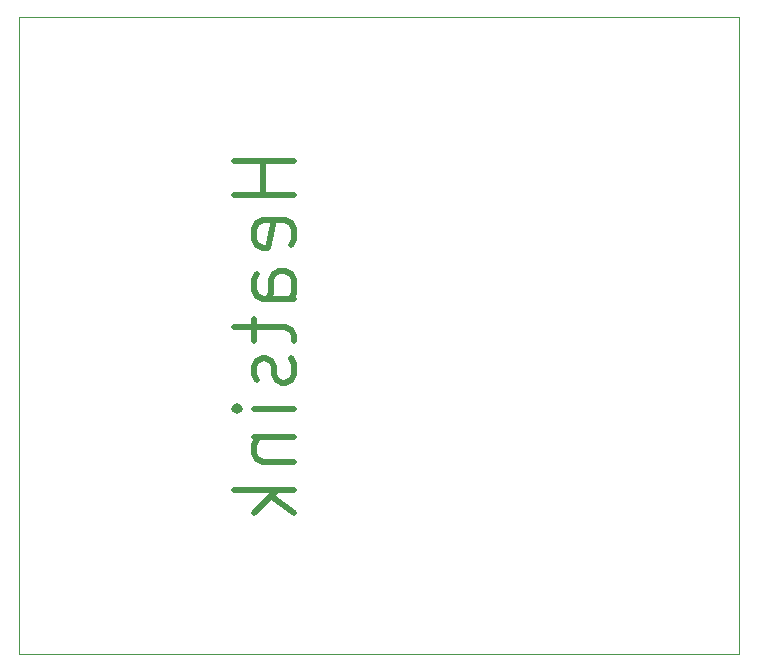
<source format=gbr>
G04 #@! TF.GenerationSoftware,KiCad,Pcbnew,(5.1.2)-2*
G04 #@! TF.CreationDate,2019-09-12T15:30:06+01:00*
G04 #@! TF.ProjectId,DCStepDown,44435374-6570-4446-9f77-6e2e6b696361,rev?*
G04 #@! TF.SameCoordinates,Original*
G04 #@! TF.FileFunction,Legend,Bot*
G04 #@! TF.FilePolarity,Positive*
%FSLAX46Y46*%
G04 Gerber Fmt 4.6, Leading zero omitted, Abs format (unit mm)*
G04 Created by KiCad (PCBNEW (5.1.2)-2) date 2019-09-12 15:30:06*
%MOMM*%
%LPD*%
G04 APERTURE LIST*
%ADD10C,0.120000*%
%ADD11C,0.500000*%
%ADD12C,0.100000*%
%ADD13O,3.000000X2.350000*%
%ADD14R,1.600000X1.600000*%
%ADD15C,1.600000*%
%ADD16C,2.200000*%
%ADD17C,1.700000*%
%ADD18O,1.700000X1.700000*%
%ADD19R,1.700000X1.200000*%
%ADD20O,1.700000X1.200000*%
%ADD21O,1.500000X0.900000*%
%ADD22R,1.500000X0.900000*%
G04 APERTURE END LIST*
D10*
X76000000Y-76000000D02*
X137000000Y-76000000D01*
X76000000Y-130000000D02*
X76000000Y-76000000D01*
X137000000Y-130000000D02*
X76000000Y-130000000D01*
X137000000Y-76000000D02*
X137000000Y-130000000D01*
D11*
X99261904Y-88238095D02*
X94261904Y-88238095D01*
X96642857Y-88238095D02*
X96642857Y-91095238D01*
X99261904Y-91095238D02*
X94261904Y-91095238D01*
X99023809Y-95380952D02*
X99261904Y-94904761D01*
X99261904Y-93952380D01*
X99023809Y-93476190D01*
X98547619Y-93238095D01*
X96642857Y-93238095D01*
X96166666Y-93476190D01*
X95928571Y-93952380D01*
X95928571Y-94904761D01*
X96166666Y-95380952D01*
X96642857Y-95619047D01*
X97119047Y-95619047D01*
X97595238Y-93238095D01*
X99261904Y-99904761D02*
X96642857Y-99904761D01*
X96166666Y-99666666D01*
X95928571Y-99190476D01*
X95928571Y-98238095D01*
X96166666Y-97761904D01*
X99023809Y-99904761D02*
X99261904Y-99428571D01*
X99261904Y-98238095D01*
X99023809Y-97761904D01*
X98547619Y-97523809D01*
X98071428Y-97523809D01*
X97595238Y-97761904D01*
X97357142Y-98238095D01*
X97357142Y-99428571D01*
X97119047Y-99904761D01*
X95928571Y-101571428D02*
X95928571Y-103476190D01*
X94261904Y-102285714D02*
X98547619Y-102285714D01*
X99023809Y-102523809D01*
X99261904Y-103000000D01*
X99261904Y-103476190D01*
X99023809Y-104904761D02*
X99261904Y-105380952D01*
X99261904Y-106333333D01*
X99023809Y-106809523D01*
X98547619Y-107047619D01*
X98309523Y-107047619D01*
X97833333Y-106809523D01*
X97595238Y-106333333D01*
X97595238Y-105619047D01*
X97357142Y-105142857D01*
X96880952Y-104904761D01*
X96642857Y-104904761D01*
X96166666Y-105142857D01*
X95928571Y-105619047D01*
X95928571Y-106333333D01*
X96166666Y-106809523D01*
X99261904Y-109190476D02*
X95928571Y-109190476D01*
X94261904Y-109190476D02*
X94500000Y-108952380D01*
X94738095Y-109190476D01*
X94500000Y-109428571D01*
X94261904Y-109190476D01*
X94738095Y-109190476D01*
X95928571Y-111571428D02*
X99261904Y-111571428D01*
X96404761Y-111571428D02*
X96166666Y-111809523D01*
X95928571Y-112285714D01*
X95928571Y-113000000D01*
X96166666Y-113476190D01*
X96642857Y-113714285D01*
X99261904Y-113714285D01*
X99261904Y-116095238D02*
X94261904Y-116095238D01*
X97357142Y-116571428D02*
X99261904Y-118000000D01*
X95928571Y-118000000D02*
X97833333Y-116095238D01*
%LPC*%
D12*
G36*
X153425000Y-119600000D02*
G01*
X157300000Y-122200000D01*
X160600000Y-126325000D01*
X160600000Y-126950000D01*
X160025000Y-127775000D01*
X159850000Y-129325000D01*
X159225000Y-129825000D01*
X154600000Y-129525000D01*
X149475000Y-128250000D01*
X146675000Y-125775000D01*
X144725000Y-123925000D01*
X144700000Y-123100000D01*
X145650000Y-122275000D01*
X149325000Y-122250000D01*
X149350000Y-120200000D01*
X149975000Y-119575000D01*
X153425000Y-119600000D01*
G37*
X153425000Y-119600000D02*
X157300000Y-122200000D01*
X160600000Y-126325000D01*
X160600000Y-126950000D01*
X160025000Y-127775000D01*
X159850000Y-129325000D01*
X159225000Y-129825000D01*
X154600000Y-129525000D01*
X149475000Y-128250000D01*
X146675000Y-125775000D01*
X144725000Y-123925000D01*
X144700000Y-123100000D01*
X145650000Y-122275000D01*
X149325000Y-122250000D01*
X149350000Y-120200000D01*
X149975000Y-119575000D01*
X153425000Y-119600000D01*
G36*
X162600000Y-112250000D02*
G01*
X162625000Y-112875000D01*
X159725000Y-115750000D01*
X154275000Y-115725000D01*
X153825000Y-115300000D01*
X153825000Y-112375000D01*
X154325000Y-111950000D01*
X162225000Y-111950000D01*
X162600000Y-112250000D01*
G37*
X162600000Y-112250000D02*
X162625000Y-112875000D01*
X159725000Y-115750000D01*
X154275000Y-115725000D01*
X153825000Y-115300000D01*
X153825000Y-112375000D01*
X154325000Y-111950000D01*
X162225000Y-111950000D01*
X162600000Y-112250000D01*
G36*
X165500000Y-115250000D02*
G01*
X165500000Y-122150000D01*
X164950000Y-122625000D01*
X162100000Y-122625000D01*
X161575000Y-122175000D01*
X161575000Y-118225000D01*
X161935937Y-117410841D01*
X164375000Y-114950000D01*
X164975000Y-114925000D01*
X165500000Y-115250000D01*
G37*
X165500000Y-115250000D02*
X165500000Y-122150000D01*
X164950000Y-122625000D01*
X162100000Y-122625000D01*
X161575000Y-122175000D01*
X161575000Y-118225000D01*
X161935937Y-117410841D01*
X164375000Y-114950000D01*
X164975000Y-114925000D01*
X165500000Y-115250000D01*
D13*
X162200000Y-128550000D03*
X162200000Y-124590000D03*
D14*
X152550000Y-114375000D03*
D15*
X152550000Y-117875000D03*
D16*
X131000000Y-81000000D03*
X81000000Y-81000000D03*
X81000000Y-126000000D03*
X131000000Y-126000000D03*
X81425000Y-57250000D03*
X81425000Y-150800000D03*
X143850000Y-150800000D03*
X143825000Y-57250000D03*
D15*
X162350000Y-115025000D03*
D12*
G36*
X162350000Y-113893629D02*
G01*
X163481371Y-115025000D01*
X162350000Y-116156371D01*
X161218629Y-115025000D01*
X162350000Y-113893629D01*
X162350000Y-113893629D01*
G37*
D15*
X159875126Y-117499874D03*
D17*
X140000000Y-105150000D03*
D18*
X140000000Y-102610000D03*
X142540000Y-105150000D03*
X142540000Y-102610000D03*
X145080000Y-105150000D03*
X145080000Y-102610000D03*
X147620000Y-105150000D03*
X147620000Y-102610000D03*
D19*
X163675000Y-104975000D03*
D20*
X163675000Y-102975000D03*
X163675000Y-100975000D03*
X163675000Y-98975000D03*
X163675000Y-96975000D03*
X163675000Y-94975000D03*
X163675000Y-92975000D03*
D21*
X141075000Y-126755000D03*
X141075000Y-125485000D03*
D22*
X141075000Y-128025000D03*
D14*
X145150000Y-93850000D03*
D15*
X145150000Y-97350000D03*
D17*
X140000000Y-120500000D03*
D18*
X140000000Y-117960000D03*
X142540000Y-120500000D03*
X142540000Y-117960000D03*
X145080000Y-120500000D03*
X145080000Y-117960000D03*
X147620000Y-120500000D03*
X147620000Y-117960000D03*
D17*
X140000000Y-90000000D03*
D18*
X140000000Y-87460000D03*
X142540000Y-90000000D03*
X142540000Y-87460000D03*
X145080000Y-90000000D03*
X145080000Y-87460000D03*
X147620000Y-90000000D03*
X147620000Y-87460000D03*
M02*

</source>
